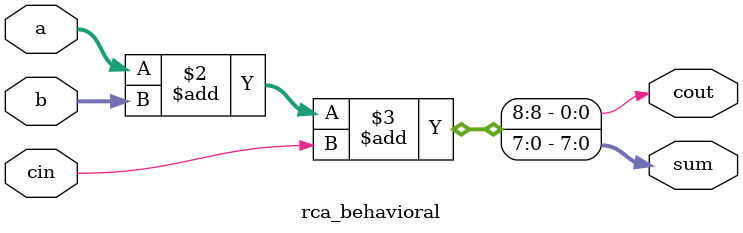
<source format=v>
module rca_behavioral(sum, cout, a, b, cin);
    input [7:0] a, b;
    input cin;
    output reg [7:0] sum;
    output reg cout;

    always @(*) begin
        {cout, sum} = a + b + cin; // Behavioral description of ripple carry adder
    end
endmodule
</source>
